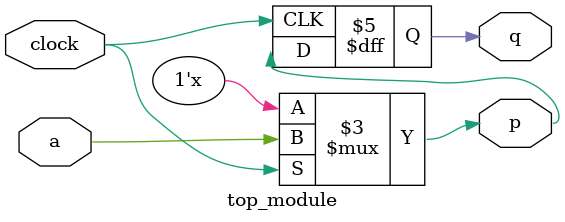
<source format=v>
module top_module (
    input clock,
    input a,
    output p,
    output q );

    always @(*) begin
        if(clock)
        	p <= a;
    end
    
    always @(negedge clock) begin
        q <= p;
    end
endmodule

</source>
